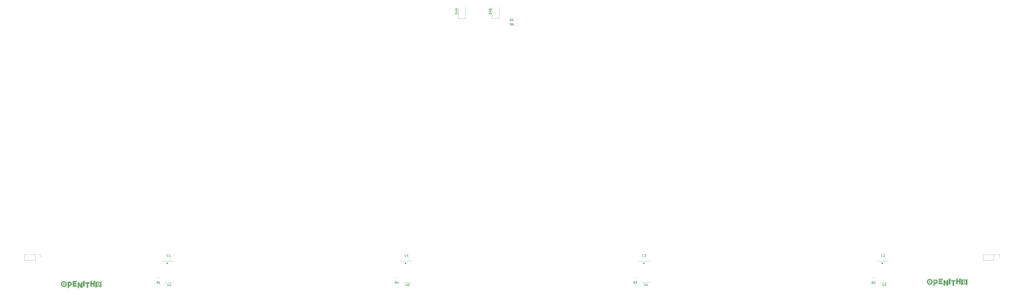
<source format=gbr>
G04 #@! TF.GenerationSoftware,KiCad,Pcbnew,(5.1.7)-1*
G04 #@! TF.CreationDate,2021-02-18T19:39:08-05:00*
G04 #@! TF.ProjectId,OpeNITHM-full,4f70654e-4954-4484-9d2d-66756c6c2e6b,rev?*
G04 #@! TF.SameCoordinates,Original*
G04 #@! TF.FileFunction,Legend,Top*
G04 #@! TF.FilePolarity,Positive*
%FSLAX46Y46*%
G04 Gerber Fmt 4.6, Leading zero omitted, Abs format (unit mm)*
G04 Created by KiCad (PCBNEW (5.1.7)-1) date 2021-02-18 19:39:08*
%MOMM*%
%LPD*%
G01*
G04 APERTURE LIST*
%ADD10C,0.120000*%
%ADD11C,0.080000*%
%ADD12C,0.500000*%
%ADD13C,0.150000*%
G04 APERTURE END LIST*
D10*
X368840000Y-125170000D02*
X368840000Y-127830000D01*
X373980000Y-125170000D02*
X368840000Y-125170000D01*
X373980000Y-127830000D02*
X368840000Y-127830000D01*
X373980000Y-125170000D02*
X373980000Y-127830000D01*
X375250000Y-125170000D02*
X376580000Y-125170000D01*
X376580000Y-125170000D02*
X376580000Y-126500000D01*
X-72840000Y-125170000D02*
X-72840000Y-126500000D01*
X-74170000Y-125170000D02*
X-72840000Y-125170000D01*
X-75440000Y-125170000D02*
X-75440000Y-127830000D01*
X-75440000Y-127830000D02*
X-80580000Y-127830000D01*
X-75440000Y-125170000D02*
X-80580000Y-125170000D01*
X-80580000Y-125170000D02*
X-80580000Y-127830000D01*
X122810000Y-14290000D02*
X122810000Y-8890000D01*
X126110000Y-14290000D02*
X126110000Y-8890000D01*
X122810000Y-14290000D02*
X126110000Y-14290000D01*
X138685000Y-14290000D02*
X138685000Y-8890000D01*
X141985000Y-14290000D02*
X141985000Y-8890000D01*
X138685000Y-14290000D02*
X141985000Y-14290000D01*
X360102600Y-138050800D02*
G75*
G03*
X360102600Y-138050800I-50800J0D01*
G01*
X360204200Y-138050800D02*
G75*
G03*
X360204200Y-138050800I-152400J0D01*
G01*
X360307067Y-138050800D02*
G75*
G03*
X360307067Y-138050800I-255267J0D01*
G01*
X346107200Y-138711200D02*
X346691400Y-138711200D01*
X346107200Y-138635000D02*
X346107200Y-138711200D01*
X346666000Y-138635000D02*
X346107200Y-138635000D01*
X346666000Y-138533400D02*
X346666000Y-138635000D01*
X346107200Y-138533400D02*
X346666000Y-138533400D01*
X346132600Y-137314200D02*
X346691400Y-137314200D01*
X346132600Y-137238000D02*
X346132600Y-137314200D01*
X346691400Y-137238000D02*
X346132600Y-137238000D01*
X346691400Y-137136400D02*
X346691400Y-137238000D01*
X346031000Y-137136400D02*
X346691400Y-137136400D01*
X346031000Y-139549400D02*
X346031000Y-137136400D01*
X345954800Y-139549400D02*
X346031000Y-139549400D01*
X345954800Y-137136400D02*
X345954800Y-139549400D01*
X345853200Y-137136400D02*
X345954800Y-137136400D01*
X345853200Y-139524000D02*
X345853200Y-137136400D01*
X349460000Y-137873000D02*
X348469400Y-137873000D01*
X349460000Y-137822200D02*
X349460000Y-137873000D01*
X348494800Y-137822200D02*
X349460000Y-137822200D01*
X348494800Y-137720600D02*
X348494800Y-137822200D01*
X349409200Y-137720600D02*
X348494800Y-137720600D01*
X348418600Y-138685800D02*
X348418600Y-137060200D01*
X348317000Y-138685800D02*
X348418600Y-138685800D01*
X348317000Y-136984000D02*
X348317000Y-138685800D01*
X349561600Y-136984000D02*
X348317000Y-136984000D01*
X349561600Y-136907800D02*
X348317000Y-136907800D01*
X349637800Y-136806200D02*
X349561600Y-136907800D01*
X348240800Y-136806200D02*
X349637800Y-136806200D01*
X348240800Y-138736600D02*
X348240800Y-136806200D01*
X349536200Y-138736600D02*
X348240800Y-138736600D01*
X349612400Y-138787400D02*
X349536200Y-138736600D01*
X348215400Y-138787400D02*
X349612400Y-138787400D01*
X348215400Y-138889000D02*
X348215400Y-138787400D01*
X349663200Y-138889000D02*
X348215400Y-138889000D01*
X350552200Y-137390400D02*
X350552200Y-139549400D01*
X350653800Y-137390400D02*
X350552200Y-137390400D01*
X350653800Y-139524000D02*
X350653800Y-137390400D01*
X350755400Y-139524000D02*
X350653800Y-139524000D01*
X350755400Y-137390400D02*
X350755400Y-139524000D01*
X350806200Y-137771400D02*
X351949200Y-139498600D01*
X350806200Y-137593600D02*
X350806200Y-137771400D01*
X351949200Y-139397000D02*
X350806200Y-137593600D01*
X351949200Y-139270000D02*
X351949200Y-139397000D01*
X350831600Y-137517400D02*
X351949200Y-139270000D01*
X350831600Y-137415800D02*
X350831600Y-137517400D01*
X351974600Y-139168400D02*
X350831600Y-137415800D01*
X352025400Y-139498600D02*
X352025400Y-137441200D01*
X352076200Y-139498600D02*
X352025400Y-139498600D01*
X352076200Y-137441200D02*
X352076200Y-139498600D01*
X352177800Y-137365000D02*
X352076200Y-137441200D01*
X352177800Y-139524000D02*
X352177800Y-137365000D01*
X352254000Y-139524000D02*
X352177800Y-139524000D01*
X352254000Y-137288800D02*
X352254000Y-139524000D01*
X353270000Y-138889000D02*
X353270000Y-136653800D01*
X353219200Y-138889000D02*
X353270000Y-138889000D01*
X353219200Y-136704600D02*
X353219200Y-138889000D01*
X353117600Y-136755400D02*
X353219200Y-136704600D01*
X353117600Y-138863600D02*
X353117600Y-136755400D01*
X353041400Y-138863600D02*
X353117600Y-138863600D01*
X353041400Y-136806200D02*
X353041400Y-138863600D01*
X354794000Y-137644400D02*
X354794000Y-139524000D01*
X354895600Y-137619000D02*
X354794000Y-137644400D01*
X354895600Y-139524000D02*
X354895600Y-137619000D01*
X354971800Y-139524000D02*
X354895600Y-139524000D01*
X354971800Y-137644400D02*
X354971800Y-139524000D01*
X354082800Y-137568200D02*
X355708400Y-137568200D01*
X354057400Y-137492000D02*
X354082800Y-137568200D01*
X355657600Y-137492000D02*
X354057400Y-137492000D01*
X355657600Y-137415800D02*
X355657600Y-137492000D01*
X354082800Y-137415800D02*
X355657600Y-137415800D01*
X356775200Y-137796800D02*
X357816600Y-137796800D01*
X356775200Y-137695200D02*
X356775200Y-137796800D01*
X357842000Y-137695200D02*
X356775200Y-137695200D01*
X357842000Y-137619000D02*
X357842000Y-137695200D01*
X356724400Y-137619000D02*
X357842000Y-137619000D01*
X356495800Y-136831600D02*
X356495800Y-138889000D01*
X356572000Y-136730000D02*
X356495800Y-136831600D01*
X356572000Y-138863600D02*
X356572000Y-136730000D01*
X356673600Y-138863600D02*
X356572000Y-138863600D01*
X356673600Y-136679200D02*
X356673600Y-138863600D01*
X357892800Y-136831600D02*
X357892800Y-138863600D01*
X357994400Y-136704600D02*
X357892800Y-136831600D01*
X357994400Y-138889000D02*
X357994400Y-136704600D01*
X358096000Y-138889000D02*
X357994400Y-138889000D01*
X358096000Y-136653800D02*
X358096000Y-138889000D01*
X359188200Y-137390400D02*
X359213600Y-137263400D01*
X359315200Y-137263400D02*
X359188200Y-137390400D01*
X359137400Y-137136400D02*
X359315200Y-137263400D01*
X359137400Y-139219200D02*
X359137400Y-137136400D01*
X359061200Y-139219200D02*
X359137400Y-139219200D01*
X359061200Y-137111000D02*
X359061200Y-139219200D01*
X358959600Y-137034800D02*
X359061200Y-137111000D01*
X358959600Y-139219200D02*
X358959600Y-137034800D01*
X358883400Y-139219200D02*
X358959600Y-139219200D01*
X358883400Y-136984000D02*
X358883400Y-139219200D01*
X360839200Y-137339600D02*
X360813800Y-137238000D01*
X360940800Y-137161800D02*
X360839200Y-137339600D01*
X360940800Y-139219200D02*
X360940800Y-137161800D01*
X361042400Y-139219200D02*
X360940800Y-139219200D01*
X361042400Y-137111000D02*
X361042400Y-139219200D01*
X361144000Y-137034800D02*
X361042400Y-137111000D01*
X361144000Y-139219200D02*
X361144000Y-137034800D01*
X361245600Y-139219200D02*
X361144000Y-139219200D01*
X361245600Y-136958600D02*
X361245600Y-139219200D01*
X361067800Y-138050800D02*
G75*
G03*
X361067800Y-138050800I-1016000J0D01*
G01*
X360966200Y-138050800D02*
G75*
G03*
X360966200Y-138050800I-914400J0D01*
G01*
X345016154Y-138025400D02*
G75*
G03*
X345016154Y-138025400I-1118754J0D01*
G01*
X344940038Y-138025400D02*
G75*
G03*
X344940038Y-138025400I-1042638J0D01*
G01*
X344837543Y-138025400D02*
G75*
G03*
X344837543Y-138025400I-940143J0D01*
G01*
X343948200Y-138025400D02*
G75*
G03*
X343948200Y-138025400I-50800J0D01*
G01*
X344049800Y-138025400D02*
G75*
G03*
X344049800Y-138025400I-152400J0D01*
G01*
X344151400Y-138025400D02*
G75*
G03*
X344151400Y-138025400I-254000J0D01*
G01*
D11*
X358629400Y-139473200D02*
X358629400Y-136526800D01*
X359416800Y-139473200D02*
X358629400Y-139473200D01*
X359416800Y-139041400D02*
X359416800Y-139473200D01*
X360686800Y-139473200D02*
X360686800Y-139041400D01*
X361474200Y-139473200D02*
X360686800Y-139473200D01*
X361474200Y-136526800D02*
X361474200Y-139473200D01*
X360661400Y-137034800D02*
X361474200Y-136526800D01*
X358629400Y-136526800D02*
X359442200Y-137034800D01*
D10*
X358807200Y-136857000D02*
X359391400Y-137212600D01*
X358807200Y-139295400D02*
X358807200Y-136857000D01*
X359239000Y-139295400D02*
X358807200Y-139295400D01*
X359239000Y-139295400D02*
X359239000Y-138736600D01*
X361296400Y-136857000D02*
X360712200Y-137212600D01*
X361296400Y-139295400D02*
X361296400Y-136857000D01*
X360864600Y-139295400D02*
X361296400Y-139295400D01*
X360864600Y-139295400D02*
X360864600Y-138736600D01*
X360415473Y-138050800D02*
G75*
G03*
X360415473Y-138050800I-363673J0D01*
G01*
X360890000Y-138050800D02*
G75*
G03*
X360890000Y-138050800I-838200J0D01*
G01*
D11*
X357613400Y-136653800D02*
X358350000Y-136222000D01*
X356216400Y-136653800D02*
X356953000Y-136222000D01*
D10*
X356394200Y-138965200D02*
X356394200Y-136755400D01*
X356775200Y-138965200D02*
X356394200Y-138965200D01*
X356775200Y-137873000D02*
X356775200Y-138965200D01*
X357791200Y-137873000D02*
X356775200Y-137873000D01*
X357791200Y-138965200D02*
X357791200Y-137873000D01*
X358172200Y-138965200D02*
X357791200Y-138965200D01*
X358172200Y-136526800D02*
X358172200Y-138965200D01*
X357791200Y-136755400D02*
X358172200Y-136526800D01*
X357791200Y-137542800D02*
X357791200Y-136755400D01*
X356775200Y-137542800D02*
X357791200Y-137542800D01*
X356775200Y-136526800D02*
X356775200Y-137542800D01*
X356394200Y-136755400D02*
X356775200Y-136526800D01*
D11*
X356953000Y-139143000D02*
X356216400Y-139143000D01*
X356953000Y-138050800D02*
X356953000Y-139143000D01*
X357613400Y-138050800D02*
X356953000Y-138050800D01*
X357613400Y-139143000D02*
X357613400Y-138050800D01*
X358350000Y-139143000D02*
X357613400Y-139143000D01*
X358350000Y-136222000D02*
X358350000Y-139143000D01*
X357613400Y-137365000D02*
X357613400Y-136653800D01*
X356953000Y-137365000D02*
X357613400Y-137365000D01*
X356953000Y-136222000D02*
X356953000Y-137365000D01*
X356216400Y-139143000D02*
X356216400Y-136653800D01*
X353803400Y-137822200D02*
X353803400Y-137136400D01*
X354514600Y-137822200D02*
X353803400Y-137822200D01*
X354514600Y-139778000D02*
X354514600Y-137822200D01*
X355251200Y-139778000D02*
X354514600Y-139778000D01*
X355251200Y-137822200D02*
X355251200Y-139778000D01*
X355937000Y-137822200D02*
X355251200Y-137822200D01*
X355937000Y-137136400D02*
X355937000Y-137822200D01*
X353803400Y-137136400D02*
X355937000Y-137136400D01*
D10*
X353981200Y-137644400D02*
X353981200Y-137314200D01*
X354692400Y-137644400D02*
X353981200Y-137644400D01*
X354692400Y-139600200D02*
X354692400Y-137644400D01*
X355073400Y-139600200D02*
X354692400Y-139600200D01*
X355073400Y-137644400D02*
X355073400Y-139600200D01*
X355759200Y-137644400D02*
X355073400Y-137644400D01*
X355759200Y-137314200D02*
X355759200Y-137644400D01*
X353981200Y-137314200D02*
X355759200Y-137314200D01*
X353346200Y-138965200D02*
X352965200Y-138965200D01*
X353346200Y-136526800D02*
X353346200Y-138965200D01*
X352965200Y-136755400D02*
X353346200Y-136526800D01*
X352965200Y-138965200D02*
X352965200Y-136755400D01*
D11*
X353524000Y-139143000D02*
X352787400Y-139143000D01*
X353524000Y-136222000D02*
X353524000Y-139143000D01*
X352787400Y-136653800D02*
X353524000Y-136222000D01*
X352787400Y-139143000D02*
X352787400Y-136653800D01*
X350272800Y-139803400D02*
X350272800Y-137136400D01*
X350984000Y-139803400D02*
X350272800Y-139803400D01*
X351009400Y-138508000D02*
X351009400Y-139803400D01*
X351796800Y-139778000D02*
X351009400Y-138508000D01*
X352508000Y-139778000D02*
X351796800Y-139778000D01*
X352508000Y-136857000D02*
X352508000Y-139778000D01*
X351771400Y-137288800D02*
X352508000Y-136831600D01*
X351771400Y-138406400D02*
X351771400Y-137288800D01*
X350984000Y-137136400D02*
X351771400Y-138406400D01*
X350272800Y-137136400D02*
X350984000Y-137136400D01*
D10*
X350831600Y-139625600D02*
X350450600Y-139625600D01*
X350831600Y-137898400D02*
X350831600Y-139625600D01*
X351898400Y-139600200D02*
X350831600Y-137898400D01*
X352330200Y-139600200D02*
X351898400Y-139600200D01*
X352330200Y-137161800D02*
X352330200Y-139600200D01*
X351949200Y-137390400D02*
X352330200Y-137161800D01*
X351949200Y-139016000D02*
X351949200Y-137390400D01*
X350882400Y-137314200D02*
X351949200Y-139016000D01*
X350450600Y-137314200D02*
X350882400Y-137314200D01*
X350450600Y-139625600D02*
X350450600Y-137314200D01*
D11*
X347961400Y-139143000D02*
X347961400Y-136526800D01*
X350095000Y-139143000D02*
X347961400Y-139143000D01*
X349688600Y-138457200D02*
X350095000Y-139143000D01*
X348698000Y-138457200D02*
X349688600Y-138457200D01*
X348698000Y-138127000D02*
X348698000Y-138457200D01*
X349688600Y-138127000D02*
X348698000Y-138127000D01*
X349688600Y-137441200D02*
X349688600Y-138127000D01*
X348698000Y-137441200D02*
X349688600Y-137441200D01*
X348698000Y-137212600D02*
X348698000Y-137441200D01*
X349688600Y-137212600D02*
X348698000Y-137212600D01*
X350095000Y-136526800D02*
X349688600Y-137212600D01*
X347961400Y-136526800D02*
X350095000Y-136526800D01*
D10*
X348139200Y-138965200D02*
X348139200Y-136704600D01*
X349790200Y-138965200D02*
X348139200Y-138965200D01*
X349587000Y-138635000D02*
X349790200Y-138965200D01*
X348520200Y-138635000D02*
X349587000Y-138635000D01*
X348520200Y-137949200D02*
X348520200Y-138635000D01*
X349510800Y-137949200D02*
X348520200Y-137949200D01*
X349510800Y-137619000D02*
X349510800Y-137949200D01*
X348520200Y-137619000D02*
X349510800Y-137619000D01*
X348520200Y-137034800D02*
X348520200Y-137619000D01*
X349587000Y-137034800D02*
X348520200Y-137034800D01*
X349790200Y-136704600D02*
X349587000Y-137034800D01*
X348139200Y-136704600D02*
X349790200Y-136704600D01*
D11*
X345573800Y-136882400D02*
X346640600Y-136882400D01*
X345573800Y-139803400D02*
X345573800Y-136882400D01*
X346310400Y-139803400D02*
X345573800Y-139803400D01*
X346310400Y-138965200D02*
X346310400Y-139803400D01*
X346640600Y-138965200D02*
X346310400Y-138965200D01*
D10*
X346132600Y-138787400D02*
X346640600Y-138787400D01*
X346132600Y-139625600D02*
X346132600Y-138787400D01*
X345751600Y-139625600D02*
X346132600Y-139625600D01*
X345751600Y-137060200D02*
X345751600Y-139625600D01*
X346640600Y-137060200D02*
X345751600Y-137060200D01*
X346132600Y-137390400D02*
X346640600Y-137390400D01*
X346132600Y-138457200D02*
X346132600Y-137390400D01*
X346640600Y-138457200D02*
X346132600Y-138457200D01*
D11*
X346310400Y-138279400D02*
X346640600Y-138279400D01*
X346310400Y-137568200D02*
X346310400Y-138279400D01*
X346640600Y-137568200D02*
X346310400Y-137568200D01*
X345295323Y-138025400D02*
G75*
G03*
X345295323Y-138025400I-1397923J0D01*
G01*
D10*
X345116865Y-138025400D02*
G75*
G03*
X345116865Y-138025400I-1219465J0D01*
G01*
X344735600Y-138025400D02*
G75*
G03*
X344735600Y-138025400I-838200J0D01*
G01*
X344261073Y-138025400D02*
G75*
G03*
X344261073Y-138025400I-363673J0D01*
G01*
D11*
X346640600Y-136882400D02*
G75*
G02*
X346640600Y-138965200I0J-1041400D01*
G01*
D10*
X346640600Y-137060200D02*
G75*
G02*
X346640600Y-138787400I0J-863600D01*
G01*
D11*
X346640600Y-137568200D02*
G75*
G02*
X346640600Y-138279400I0J-355600D01*
G01*
D10*
X346640600Y-137390400D02*
G75*
G02*
X346640600Y-138457200I0J-533400D01*
G01*
X359449932Y-137232258D02*
G75*
G02*
X360661400Y-137238000I601868J-818542D01*
G01*
X360864600Y-138660400D02*
G75*
G02*
X359239000Y-138660400I-812800J609600D01*
G01*
D11*
X359442200Y-137034800D02*
G75*
G02*
X360661400Y-137034800I609600J-1016000D01*
G01*
X360686800Y-139041400D02*
G75*
G02*
X359416800Y-139041400I-635000J990599D01*
G01*
D10*
X346741598Y-137317816D02*
G75*
G02*
X346716799Y-138533399I-100998J-605984D01*
G01*
X346780877Y-137222421D02*
G75*
G02*
X346716799Y-138634999I-140277J-701379D01*
G01*
X346718991Y-137139901D02*
G75*
G02*
X346665999Y-138711199I-78391J-783899D01*
G01*
D12*
X98160000Y-129250000D02*
G75*
G03*
X98160000Y-129250000I-100000J0D01*
G01*
D10*
X99060000Y-128290000D02*
X95610000Y-128290000D01*
X99060000Y-128290000D02*
X101010000Y-128290000D01*
X99060000Y-138410000D02*
X97110000Y-138410000D01*
X99060000Y-138410000D02*
X101010000Y-138410000D01*
X150102742Y-16477500D02*
X150577258Y-16477500D01*
X150102742Y-17522500D02*
X150577258Y-17522500D01*
X150102742Y-14477500D02*
X150577258Y-14477500D01*
X150102742Y-15522500D02*
X150577258Y-15522500D01*
D12*
X321680000Y-129250000D02*
G75*
G03*
X321680000Y-129250000I-100000J0D01*
G01*
D10*
X322580000Y-128290000D02*
X319130000Y-128290000D01*
X322580000Y-128290000D02*
X324530000Y-128290000D01*
X322580000Y-138410000D02*
X320630000Y-138410000D01*
X322580000Y-138410000D02*
X324530000Y-138410000D01*
X-45897400Y-139115800D02*
G75*
G03*
X-45897400Y-139115800I-50800J0D01*
G01*
X-45795800Y-139115800D02*
G75*
G03*
X-45795800Y-139115800I-152400J0D01*
G01*
X-45692933Y-139115800D02*
G75*
G03*
X-45692933Y-139115800I-255267J0D01*
G01*
X-59892800Y-139776200D02*
X-59308600Y-139776200D01*
X-59892800Y-139700000D02*
X-59892800Y-139776200D01*
X-59334000Y-139700000D02*
X-59892800Y-139700000D01*
X-59334000Y-139598400D02*
X-59334000Y-139700000D01*
X-59892800Y-139598400D02*
X-59334000Y-139598400D01*
X-59867400Y-138379200D02*
X-59308600Y-138379200D01*
X-59867400Y-138303000D02*
X-59867400Y-138379200D01*
X-59308600Y-138303000D02*
X-59867400Y-138303000D01*
X-59308600Y-138201400D02*
X-59308600Y-138303000D01*
X-59969000Y-138201400D02*
X-59308600Y-138201400D01*
X-59969000Y-140614400D02*
X-59969000Y-138201400D01*
X-60045200Y-140614400D02*
X-59969000Y-140614400D01*
X-60045200Y-138201400D02*
X-60045200Y-140614400D01*
X-60146800Y-138201400D02*
X-60045200Y-138201400D01*
X-60146800Y-140589000D02*
X-60146800Y-138201400D01*
X-56540000Y-138938000D02*
X-57530600Y-138938000D01*
X-56540000Y-138887200D02*
X-56540000Y-138938000D01*
X-57505200Y-138887200D02*
X-56540000Y-138887200D01*
X-57505200Y-138785600D02*
X-57505200Y-138887200D01*
X-56590800Y-138785600D02*
X-57505200Y-138785600D01*
X-57581400Y-139750800D02*
X-57581400Y-138125200D01*
X-57683000Y-139750800D02*
X-57581400Y-139750800D01*
X-57683000Y-138049000D02*
X-57683000Y-139750800D01*
X-56438400Y-138049000D02*
X-57683000Y-138049000D01*
X-56438400Y-137972800D02*
X-57683000Y-137972800D01*
X-56362200Y-137871200D02*
X-56438400Y-137972800D01*
X-57759200Y-137871200D02*
X-56362200Y-137871200D01*
X-57759200Y-139801600D02*
X-57759200Y-137871200D01*
X-56463800Y-139801600D02*
X-57759200Y-139801600D01*
X-56387600Y-139852400D02*
X-56463800Y-139801600D01*
X-57784600Y-139852400D02*
X-56387600Y-139852400D01*
X-57784600Y-139954000D02*
X-57784600Y-139852400D01*
X-56336800Y-139954000D02*
X-57784600Y-139954000D01*
X-55447800Y-138455400D02*
X-55447800Y-140614400D01*
X-55346200Y-138455400D02*
X-55447800Y-138455400D01*
X-55346200Y-140589000D02*
X-55346200Y-138455400D01*
X-55244600Y-140589000D02*
X-55346200Y-140589000D01*
X-55244600Y-138455400D02*
X-55244600Y-140589000D01*
X-55193800Y-138836400D02*
X-54050800Y-140563600D01*
X-55193800Y-138658600D02*
X-55193800Y-138836400D01*
X-54050800Y-140462000D02*
X-55193800Y-138658600D01*
X-54050800Y-140335000D02*
X-54050800Y-140462000D01*
X-55168400Y-138582400D02*
X-54050800Y-140335000D01*
X-55168400Y-138480800D02*
X-55168400Y-138582400D01*
X-54025400Y-140233400D02*
X-55168400Y-138480800D01*
X-53974600Y-140563600D02*
X-53974600Y-138506200D01*
X-53923800Y-140563600D02*
X-53974600Y-140563600D01*
X-53923800Y-138506200D02*
X-53923800Y-140563600D01*
X-53822200Y-138430000D02*
X-53923800Y-138506200D01*
X-53822200Y-140589000D02*
X-53822200Y-138430000D01*
X-53746000Y-140589000D02*
X-53822200Y-140589000D01*
X-53746000Y-138353800D02*
X-53746000Y-140589000D01*
X-52730000Y-139954000D02*
X-52730000Y-137718800D01*
X-52780800Y-139954000D02*
X-52730000Y-139954000D01*
X-52780800Y-137769600D02*
X-52780800Y-139954000D01*
X-52882400Y-137820400D02*
X-52780800Y-137769600D01*
X-52882400Y-139928600D02*
X-52882400Y-137820400D01*
X-52958600Y-139928600D02*
X-52882400Y-139928600D01*
X-52958600Y-137871200D02*
X-52958600Y-139928600D01*
X-51206000Y-138709400D02*
X-51206000Y-140589000D01*
X-51104400Y-138684000D02*
X-51206000Y-138709400D01*
X-51104400Y-140589000D02*
X-51104400Y-138684000D01*
X-51028200Y-140589000D02*
X-51104400Y-140589000D01*
X-51028200Y-138709400D02*
X-51028200Y-140589000D01*
X-51917200Y-138633200D02*
X-50291600Y-138633200D01*
X-51942600Y-138557000D02*
X-51917200Y-138633200D01*
X-50342400Y-138557000D02*
X-51942600Y-138557000D01*
X-50342400Y-138480800D02*
X-50342400Y-138557000D01*
X-51917200Y-138480800D02*
X-50342400Y-138480800D01*
X-49224800Y-138861800D02*
X-48183400Y-138861800D01*
X-49224800Y-138760200D02*
X-49224800Y-138861800D01*
X-48158000Y-138760200D02*
X-49224800Y-138760200D01*
X-48158000Y-138684000D02*
X-48158000Y-138760200D01*
X-49275600Y-138684000D02*
X-48158000Y-138684000D01*
X-49504200Y-137896600D02*
X-49504200Y-139954000D01*
X-49428000Y-137795000D02*
X-49504200Y-137896600D01*
X-49428000Y-139928600D02*
X-49428000Y-137795000D01*
X-49326400Y-139928600D02*
X-49428000Y-139928600D01*
X-49326400Y-137744200D02*
X-49326400Y-139928600D01*
X-48107200Y-137896600D02*
X-48107200Y-139928600D01*
X-48005600Y-137769600D02*
X-48107200Y-137896600D01*
X-48005600Y-139954000D02*
X-48005600Y-137769600D01*
X-47904000Y-139954000D02*
X-48005600Y-139954000D01*
X-47904000Y-137718800D02*
X-47904000Y-139954000D01*
X-46811800Y-138455400D02*
X-46786400Y-138328400D01*
X-46684800Y-138328400D02*
X-46811800Y-138455400D01*
X-46862600Y-138201400D02*
X-46684800Y-138328400D01*
X-46862600Y-140284200D02*
X-46862600Y-138201400D01*
X-46938800Y-140284200D02*
X-46862600Y-140284200D01*
X-46938800Y-138176000D02*
X-46938800Y-140284200D01*
X-47040400Y-138099800D02*
X-46938800Y-138176000D01*
X-47040400Y-140284200D02*
X-47040400Y-138099800D01*
X-47116600Y-140284200D02*
X-47040400Y-140284200D01*
X-47116600Y-138049000D02*
X-47116600Y-140284200D01*
X-45160800Y-138404600D02*
X-45186200Y-138303000D01*
X-45059200Y-138226800D02*
X-45160800Y-138404600D01*
X-45059200Y-140284200D02*
X-45059200Y-138226800D01*
X-44957600Y-140284200D02*
X-45059200Y-140284200D01*
X-44957600Y-138176000D02*
X-44957600Y-140284200D01*
X-44856000Y-138099800D02*
X-44957600Y-138176000D01*
X-44856000Y-140284200D02*
X-44856000Y-138099800D01*
X-44754400Y-140284200D02*
X-44856000Y-140284200D01*
X-44754400Y-138023600D02*
X-44754400Y-140284200D01*
X-44932200Y-139115800D02*
G75*
G03*
X-44932200Y-139115800I-1016000J0D01*
G01*
X-45033800Y-139115800D02*
G75*
G03*
X-45033800Y-139115800I-914400J0D01*
G01*
X-60983846Y-139090400D02*
G75*
G03*
X-60983846Y-139090400I-1118754J0D01*
G01*
X-61059962Y-139090400D02*
G75*
G03*
X-61059962Y-139090400I-1042638J0D01*
G01*
X-61162457Y-139090400D02*
G75*
G03*
X-61162457Y-139090400I-940143J0D01*
G01*
X-62051800Y-139090400D02*
G75*
G03*
X-62051800Y-139090400I-50800J0D01*
G01*
X-61950200Y-139090400D02*
G75*
G03*
X-61950200Y-139090400I-152400J0D01*
G01*
X-61848600Y-139090400D02*
G75*
G03*
X-61848600Y-139090400I-254000J0D01*
G01*
D11*
X-47370600Y-140538200D02*
X-47370600Y-137591800D01*
X-46583200Y-140538200D02*
X-47370600Y-140538200D01*
X-46583200Y-140106400D02*
X-46583200Y-140538200D01*
X-45313200Y-140538200D02*
X-45313200Y-140106400D01*
X-44525800Y-140538200D02*
X-45313200Y-140538200D01*
X-44525800Y-137591800D02*
X-44525800Y-140538200D01*
X-45338600Y-138099800D02*
X-44525800Y-137591800D01*
X-47370600Y-137591800D02*
X-46557800Y-138099800D01*
D10*
X-47192800Y-137922000D02*
X-46608600Y-138277600D01*
X-47192800Y-140360400D02*
X-47192800Y-137922000D01*
X-46761000Y-140360400D02*
X-47192800Y-140360400D01*
X-46761000Y-140360400D02*
X-46761000Y-139801600D01*
X-44703600Y-137922000D02*
X-45287800Y-138277600D01*
X-44703600Y-140360400D02*
X-44703600Y-137922000D01*
X-45135400Y-140360400D02*
X-44703600Y-140360400D01*
X-45135400Y-140360400D02*
X-45135400Y-139801600D01*
X-45584527Y-139115800D02*
G75*
G03*
X-45584527Y-139115800I-363673J0D01*
G01*
X-45110000Y-139115800D02*
G75*
G03*
X-45110000Y-139115800I-838200J0D01*
G01*
D11*
X-48386600Y-137718800D02*
X-47650000Y-137287000D01*
X-49783600Y-137718800D02*
X-49047000Y-137287000D01*
D10*
X-49605800Y-140030200D02*
X-49605800Y-137820400D01*
X-49224800Y-140030200D02*
X-49605800Y-140030200D01*
X-49224800Y-138938000D02*
X-49224800Y-140030200D01*
X-48208800Y-138938000D02*
X-49224800Y-138938000D01*
X-48208800Y-140030200D02*
X-48208800Y-138938000D01*
X-47827800Y-140030200D02*
X-48208800Y-140030200D01*
X-47827800Y-137591800D02*
X-47827800Y-140030200D01*
X-48208800Y-137820400D02*
X-47827800Y-137591800D01*
X-48208800Y-138607800D02*
X-48208800Y-137820400D01*
X-49224800Y-138607800D02*
X-48208800Y-138607800D01*
X-49224800Y-137591800D02*
X-49224800Y-138607800D01*
X-49605800Y-137820400D02*
X-49224800Y-137591800D01*
D11*
X-49047000Y-140208000D02*
X-49783600Y-140208000D01*
X-49047000Y-139115800D02*
X-49047000Y-140208000D01*
X-48386600Y-139115800D02*
X-49047000Y-139115800D01*
X-48386600Y-140208000D02*
X-48386600Y-139115800D01*
X-47650000Y-140208000D02*
X-48386600Y-140208000D01*
X-47650000Y-137287000D02*
X-47650000Y-140208000D01*
X-48386600Y-138430000D02*
X-48386600Y-137718800D01*
X-49047000Y-138430000D02*
X-48386600Y-138430000D01*
X-49047000Y-137287000D02*
X-49047000Y-138430000D01*
X-49783600Y-140208000D02*
X-49783600Y-137718800D01*
X-52196600Y-138887200D02*
X-52196600Y-138201400D01*
X-51485400Y-138887200D02*
X-52196600Y-138887200D01*
X-51485400Y-140843000D02*
X-51485400Y-138887200D01*
X-50748800Y-140843000D02*
X-51485400Y-140843000D01*
X-50748800Y-138887200D02*
X-50748800Y-140843000D01*
X-50063000Y-138887200D02*
X-50748800Y-138887200D01*
X-50063000Y-138201400D02*
X-50063000Y-138887200D01*
X-52196600Y-138201400D02*
X-50063000Y-138201400D01*
D10*
X-52018800Y-138709400D02*
X-52018800Y-138379200D01*
X-51307600Y-138709400D02*
X-52018800Y-138709400D01*
X-51307600Y-140665200D02*
X-51307600Y-138709400D01*
X-50926600Y-140665200D02*
X-51307600Y-140665200D01*
X-50926600Y-138709400D02*
X-50926600Y-140665200D01*
X-50240800Y-138709400D02*
X-50926600Y-138709400D01*
X-50240800Y-138379200D02*
X-50240800Y-138709400D01*
X-52018800Y-138379200D02*
X-50240800Y-138379200D01*
X-52653800Y-140030200D02*
X-53034800Y-140030200D01*
X-52653800Y-137591800D02*
X-52653800Y-140030200D01*
X-53034800Y-137820400D02*
X-52653800Y-137591800D01*
X-53034800Y-140030200D02*
X-53034800Y-137820400D01*
D11*
X-52476000Y-140208000D02*
X-53212600Y-140208000D01*
X-52476000Y-137287000D02*
X-52476000Y-140208000D01*
X-53212600Y-137718800D02*
X-52476000Y-137287000D01*
X-53212600Y-140208000D02*
X-53212600Y-137718800D01*
X-55727200Y-140868400D02*
X-55727200Y-138201400D01*
X-55016000Y-140868400D02*
X-55727200Y-140868400D01*
X-54990600Y-139573000D02*
X-54990600Y-140868400D01*
X-54203200Y-140843000D02*
X-54990600Y-139573000D01*
X-53492000Y-140843000D02*
X-54203200Y-140843000D01*
X-53492000Y-137922000D02*
X-53492000Y-140843000D01*
X-54228600Y-138353800D02*
X-53492000Y-137896600D01*
X-54228600Y-139471400D02*
X-54228600Y-138353800D01*
X-55016000Y-138201400D02*
X-54228600Y-139471400D01*
X-55727200Y-138201400D02*
X-55016000Y-138201400D01*
D10*
X-55168400Y-140690600D02*
X-55549400Y-140690600D01*
X-55168400Y-138963400D02*
X-55168400Y-140690600D01*
X-54101600Y-140665200D02*
X-55168400Y-138963400D01*
X-53669800Y-140665200D02*
X-54101600Y-140665200D01*
X-53669800Y-138226800D02*
X-53669800Y-140665200D01*
X-54050800Y-138455400D02*
X-53669800Y-138226800D01*
X-54050800Y-140081000D02*
X-54050800Y-138455400D01*
X-55117600Y-138379200D02*
X-54050800Y-140081000D01*
X-55549400Y-138379200D02*
X-55117600Y-138379200D01*
X-55549400Y-140690600D02*
X-55549400Y-138379200D01*
D11*
X-58038600Y-140208000D02*
X-58038600Y-137591800D01*
X-55905000Y-140208000D02*
X-58038600Y-140208000D01*
X-56311400Y-139522200D02*
X-55905000Y-140208000D01*
X-57302000Y-139522200D02*
X-56311400Y-139522200D01*
X-57302000Y-139192000D02*
X-57302000Y-139522200D01*
X-56311400Y-139192000D02*
X-57302000Y-139192000D01*
X-56311400Y-138506200D02*
X-56311400Y-139192000D01*
X-57302000Y-138506200D02*
X-56311400Y-138506200D01*
X-57302000Y-138277600D02*
X-57302000Y-138506200D01*
X-56311400Y-138277600D02*
X-57302000Y-138277600D01*
X-55905000Y-137591800D02*
X-56311400Y-138277600D01*
X-58038600Y-137591800D02*
X-55905000Y-137591800D01*
D10*
X-57860800Y-140030200D02*
X-57860800Y-137769600D01*
X-56209800Y-140030200D02*
X-57860800Y-140030200D01*
X-56413000Y-139700000D02*
X-56209800Y-140030200D01*
X-57479800Y-139700000D02*
X-56413000Y-139700000D01*
X-57479800Y-139014200D02*
X-57479800Y-139700000D01*
X-56489200Y-139014200D02*
X-57479800Y-139014200D01*
X-56489200Y-138684000D02*
X-56489200Y-139014200D01*
X-57479800Y-138684000D02*
X-56489200Y-138684000D01*
X-57479800Y-138099800D02*
X-57479800Y-138684000D01*
X-56413000Y-138099800D02*
X-57479800Y-138099800D01*
X-56209800Y-137769600D02*
X-56413000Y-138099800D01*
X-57860800Y-137769600D02*
X-56209800Y-137769600D01*
D11*
X-60426200Y-137947400D02*
X-59359400Y-137947400D01*
X-60426200Y-140868400D02*
X-60426200Y-137947400D01*
X-59689600Y-140868400D02*
X-60426200Y-140868400D01*
X-59689600Y-140030200D02*
X-59689600Y-140868400D01*
X-59359400Y-140030200D02*
X-59689600Y-140030200D01*
D10*
X-59867400Y-139852400D02*
X-59359400Y-139852400D01*
X-59867400Y-140690600D02*
X-59867400Y-139852400D01*
X-60248400Y-140690600D02*
X-59867400Y-140690600D01*
X-60248400Y-138125200D02*
X-60248400Y-140690600D01*
X-59359400Y-138125200D02*
X-60248400Y-138125200D01*
X-59867400Y-138455400D02*
X-59359400Y-138455400D01*
X-59867400Y-139522200D02*
X-59867400Y-138455400D01*
X-59359400Y-139522200D02*
X-59867400Y-139522200D01*
D11*
X-59689600Y-139344400D02*
X-59359400Y-139344400D01*
X-59689600Y-138633200D02*
X-59689600Y-139344400D01*
X-59359400Y-138633200D02*
X-59689600Y-138633200D01*
X-60704677Y-139090400D02*
G75*
G03*
X-60704677Y-139090400I-1397923J0D01*
G01*
D10*
X-60883135Y-139090400D02*
G75*
G03*
X-60883135Y-139090400I-1219465J0D01*
G01*
X-61264400Y-139090400D02*
G75*
G03*
X-61264400Y-139090400I-838200J0D01*
G01*
X-61738927Y-139090400D02*
G75*
G03*
X-61738927Y-139090400I-363673J0D01*
G01*
X-59281009Y-138204901D02*
G75*
G02*
X-59334001Y-139776199I-78391J-783899D01*
G01*
X-59219123Y-138287421D02*
G75*
G02*
X-59283201Y-139699999I-140277J-701379D01*
G01*
X-59258402Y-138382816D02*
G75*
G02*
X-59283201Y-139598399I-100998J-605984D01*
G01*
D11*
X-45313200Y-140106400D02*
G75*
G02*
X-46583200Y-140106400I-635000J990599D01*
G01*
X-46557800Y-138099800D02*
G75*
G02*
X-45338600Y-138099800I609600J-1016000D01*
G01*
D10*
X-45135400Y-139725400D02*
G75*
G02*
X-46761000Y-139725400I-812800J609600D01*
G01*
X-46550068Y-138297258D02*
G75*
G02*
X-45338600Y-138303000I601868J-818542D01*
G01*
X-59359400Y-138455400D02*
G75*
G02*
X-59359400Y-139522200I0J-533400D01*
G01*
D11*
X-59359400Y-138633200D02*
G75*
G02*
X-59359400Y-139344400I0J-355600D01*
G01*
D10*
X-59359400Y-138125200D02*
G75*
G02*
X-59359400Y-139852400I0J-863600D01*
G01*
D11*
X-59359400Y-137947400D02*
G75*
G02*
X-59359400Y-140030200I0J-1041400D01*
G01*
D10*
X322934420Y-126490000D02*
X323215580Y-126490000D01*
X322934420Y-127510000D02*
X323215580Y-127510000D01*
X-18302500Y-135842742D02*
X-18302500Y-136317258D01*
X-17257500Y-135842742D02*
X-17257500Y-136317258D01*
D12*
X-13600000Y-129250000D02*
G75*
G03*
X-13600000Y-129250000I-100000J0D01*
G01*
D10*
X-12700000Y-128290000D02*
X-16150000Y-128290000D01*
X-12700000Y-128290000D02*
X-10750000Y-128290000D01*
X-12700000Y-138410000D02*
X-14650000Y-138410000D01*
X-12700000Y-138410000D02*
X-10750000Y-138410000D01*
X99414420Y-126490000D02*
X99695580Y-126490000D01*
X99414420Y-127510000D02*
X99695580Y-127510000D01*
X211174420Y-126490000D02*
X211455580Y-126490000D01*
X211174420Y-127510000D02*
X211455580Y-127510000D01*
X-12345580Y-126490000D02*
X-12064420Y-126490000D01*
X-12345580Y-127510000D02*
X-12064420Y-127510000D01*
D12*
X209920000Y-129250000D02*
G75*
G03*
X209920000Y-129250000I-100000J0D01*
G01*
D10*
X210820000Y-128290000D02*
X207370000Y-128290000D01*
X210820000Y-128290000D02*
X212770000Y-128290000D01*
X210820000Y-138410000D02*
X208870000Y-138410000D01*
X210820000Y-138410000D02*
X212770000Y-138410000D01*
X93457500Y-135842742D02*
X93457500Y-136317258D01*
X94502500Y-135842742D02*
X94502500Y-136317258D01*
X205217500Y-135842742D02*
X205217500Y-136317258D01*
X206262500Y-135842742D02*
X206262500Y-136317258D01*
X316977500Y-135842742D02*
X316977500Y-136317258D01*
X318022500Y-135842742D02*
X318022500Y-136317258D01*
D13*
X122412380Y-12104285D02*
X121412380Y-12104285D01*
X121412380Y-11866190D01*
X121460000Y-11723333D01*
X121555238Y-11628095D01*
X121650476Y-11580476D01*
X121840952Y-11532857D01*
X121983809Y-11532857D01*
X122174285Y-11580476D01*
X122269523Y-11628095D01*
X122364761Y-11723333D01*
X122412380Y-11866190D01*
X122412380Y-12104285D01*
X121745714Y-10675714D02*
X122412380Y-10675714D01*
X121364761Y-10913809D02*
X122079047Y-11151904D01*
X122079047Y-10532857D01*
X122412380Y-10104285D02*
X122412380Y-9913809D01*
X122364761Y-9818571D01*
X122317142Y-9770952D01*
X122174285Y-9675714D01*
X121983809Y-9628095D01*
X121602857Y-9628095D01*
X121507619Y-9675714D01*
X121460000Y-9723333D01*
X121412380Y-9818571D01*
X121412380Y-10009047D01*
X121460000Y-10104285D01*
X121507619Y-10151904D01*
X121602857Y-10199523D01*
X121840952Y-10199523D01*
X121936190Y-10151904D01*
X121983809Y-10104285D01*
X122031428Y-10009047D01*
X122031428Y-9818571D01*
X121983809Y-9723333D01*
X121936190Y-9675714D01*
X121840952Y-9628095D01*
X138287380Y-12104285D02*
X137287380Y-12104285D01*
X137287380Y-11866190D01*
X137335000Y-11723333D01*
X137430238Y-11628095D01*
X137525476Y-11580476D01*
X137715952Y-11532857D01*
X137858809Y-11532857D01*
X138049285Y-11580476D01*
X138144523Y-11628095D01*
X138239761Y-11723333D01*
X138287380Y-11866190D01*
X138287380Y-12104285D01*
X137620714Y-10675714D02*
X138287380Y-10675714D01*
X137239761Y-10913809D02*
X137954047Y-11151904D01*
X137954047Y-10532857D01*
X137715952Y-10009047D02*
X137668333Y-10104285D01*
X137620714Y-10151904D01*
X137525476Y-10199523D01*
X137477857Y-10199523D01*
X137382619Y-10151904D01*
X137335000Y-10104285D01*
X137287380Y-10009047D01*
X137287380Y-9818571D01*
X137335000Y-9723333D01*
X137382619Y-9675714D01*
X137477857Y-9628095D01*
X137525476Y-9628095D01*
X137620714Y-9675714D01*
X137668333Y-9723333D01*
X137715952Y-9818571D01*
X137715952Y-10009047D01*
X137763571Y-10104285D01*
X137811190Y-10151904D01*
X137906428Y-10199523D01*
X138096904Y-10199523D01*
X138192142Y-10151904D01*
X138239761Y-10104285D01*
X138287380Y-10009047D01*
X138287380Y-9818571D01*
X138239761Y-9723333D01*
X138192142Y-9675714D01*
X138096904Y-9628095D01*
X137906428Y-9628095D01*
X137811190Y-9675714D01*
X137763571Y-9723333D01*
X137715952Y-9818571D01*
X98298095Y-138898380D02*
X98298095Y-139707904D01*
X98345714Y-139803142D01*
X98393333Y-139850761D01*
X98488571Y-139898380D01*
X98679047Y-139898380D01*
X98774285Y-139850761D01*
X98821904Y-139803142D01*
X98869523Y-139707904D01*
X98869523Y-138898380D01*
X99821904Y-138898380D02*
X99345714Y-138898380D01*
X99298095Y-139374571D01*
X99345714Y-139326952D01*
X99440952Y-139279333D01*
X99679047Y-139279333D01*
X99774285Y-139326952D01*
X99821904Y-139374571D01*
X99869523Y-139469809D01*
X99869523Y-139707904D01*
X99821904Y-139803142D01*
X99774285Y-139850761D01*
X99679047Y-139898380D01*
X99440952Y-139898380D01*
X99345714Y-139850761D01*
X99298095Y-139803142D01*
X147748333Y-17452380D02*
X147415000Y-16976190D01*
X147176904Y-17452380D02*
X147176904Y-16452380D01*
X147557857Y-16452380D01*
X147653095Y-16500000D01*
X147700714Y-16547619D01*
X147748333Y-16642857D01*
X147748333Y-16785714D01*
X147700714Y-16880952D01*
X147653095Y-16928571D01*
X147557857Y-16976190D01*
X147176904Y-16976190D01*
X148605476Y-16452380D02*
X148415000Y-16452380D01*
X148319761Y-16500000D01*
X148272142Y-16547619D01*
X148176904Y-16690476D01*
X148129285Y-16880952D01*
X148129285Y-17261904D01*
X148176904Y-17357142D01*
X148224523Y-17404761D01*
X148319761Y-17452380D01*
X148510238Y-17452380D01*
X148605476Y-17404761D01*
X148653095Y-17357142D01*
X148700714Y-17261904D01*
X148700714Y-17023809D01*
X148653095Y-16928571D01*
X148605476Y-16880952D01*
X148510238Y-16833333D01*
X148319761Y-16833333D01*
X148224523Y-16880952D01*
X148176904Y-16928571D01*
X148129285Y-17023809D01*
X147673333Y-15452380D02*
X147340000Y-14976190D01*
X147101904Y-15452380D02*
X147101904Y-14452380D01*
X147482857Y-14452380D01*
X147578095Y-14500000D01*
X147625714Y-14547619D01*
X147673333Y-14642857D01*
X147673333Y-14785714D01*
X147625714Y-14880952D01*
X147578095Y-14928571D01*
X147482857Y-14976190D01*
X147101904Y-14976190D01*
X148578095Y-14452380D02*
X148101904Y-14452380D01*
X148054285Y-14928571D01*
X148101904Y-14880952D01*
X148197142Y-14833333D01*
X148435238Y-14833333D01*
X148530476Y-14880952D01*
X148578095Y-14928571D01*
X148625714Y-15023809D01*
X148625714Y-15261904D01*
X148578095Y-15357142D01*
X148530476Y-15404761D01*
X148435238Y-15452380D01*
X148197142Y-15452380D01*
X148101904Y-15404761D01*
X148054285Y-15357142D01*
X321818095Y-138898380D02*
X321818095Y-139707904D01*
X321865714Y-139803142D01*
X321913333Y-139850761D01*
X322008571Y-139898380D01*
X322199047Y-139898380D01*
X322294285Y-139850761D01*
X322341904Y-139803142D01*
X322389523Y-139707904D01*
X322389523Y-138898380D01*
X322770476Y-138898380D02*
X323389523Y-138898380D01*
X323056190Y-139279333D01*
X323199047Y-139279333D01*
X323294285Y-139326952D01*
X323341904Y-139374571D01*
X323389523Y-139469809D01*
X323389523Y-139707904D01*
X323341904Y-139803142D01*
X323294285Y-139850761D01*
X323199047Y-139898380D01*
X322913333Y-139898380D01*
X322818095Y-139850761D01*
X322770476Y-139803142D01*
X321833333Y-126087142D02*
X321785714Y-126134761D01*
X321642857Y-126182380D01*
X321547619Y-126182380D01*
X321404761Y-126134761D01*
X321309523Y-126039523D01*
X321261904Y-125944285D01*
X321214285Y-125753809D01*
X321214285Y-125610952D01*
X321261904Y-125420476D01*
X321309523Y-125325238D01*
X321404761Y-125230000D01*
X321547619Y-125182380D01*
X321642857Y-125182380D01*
X321785714Y-125230000D01*
X321833333Y-125277619D01*
X322214285Y-125277619D02*
X322261904Y-125230000D01*
X322357142Y-125182380D01*
X322595238Y-125182380D01*
X322690476Y-125230000D01*
X322738095Y-125277619D01*
X322785714Y-125372857D01*
X322785714Y-125468095D01*
X322738095Y-125610952D01*
X322166666Y-126182380D01*
X322785714Y-126182380D01*
X-17946666Y-138882380D02*
X-18280000Y-138406190D01*
X-18518095Y-138882380D02*
X-18518095Y-137882380D01*
X-18137142Y-137882380D01*
X-18041904Y-137930000D01*
X-17994285Y-137977619D01*
X-17946666Y-138072857D01*
X-17946666Y-138215714D01*
X-17994285Y-138310952D01*
X-18041904Y-138358571D01*
X-18137142Y-138406190D01*
X-18518095Y-138406190D01*
X-16994285Y-138882380D02*
X-17565714Y-138882380D01*
X-17280000Y-138882380D02*
X-17280000Y-137882380D01*
X-17375238Y-138025238D01*
X-17470476Y-138120476D01*
X-17565714Y-138168095D01*
X-13461904Y-138898380D02*
X-13461904Y-139707904D01*
X-13414285Y-139803142D01*
X-13366666Y-139850761D01*
X-13271428Y-139898380D01*
X-13080952Y-139898380D01*
X-12985714Y-139850761D01*
X-12938095Y-139803142D01*
X-12890476Y-139707904D01*
X-12890476Y-138898380D01*
X-12461904Y-138993619D02*
X-12414285Y-138946000D01*
X-12319047Y-138898380D01*
X-12080952Y-138898380D01*
X-11985714Y-138946000D01*
X-11938095Y-138993619D01*
X-11890476Y-139088857D01*
X-11890476Y-139184095D01*
X-11938095Y-139326952D01*
X-12509523Y-139898380D01*
X-11890476Y-139898380D01*
X98333333Y-126087142D02*
X98285714Y-126134761D01*
X98142857Y-126182380D01*
X98047619Y-126182380D01*
X97904761Y-126134761D01*
X97809523Y-126039523D01*
X97761904Y-125944285D01*
X97714285Y-125753809D01*
X97714285Y-125610952D01*
X97761904Y-125420476D01*
X97809523Y-125325238D01*
X97904761Y-125230000D01*
X98047619Y-125182380D01*
X98142857Y-125182380D01*
X98285714Y-125230000D01*
X98333333Y-125277619D01*
X99190476Y-125515714D02*
X99190476Y-126182380D01*
X98952380Y-125134761D02*
X98714285Y-125849047D01*
X99333333Y-125849047D01*
X209833333Y-126087142D02*
X209785714Y-126134761D01*
X209642857Y-126182380D01*
X209547619Y-126182380D01*
X209404761Y-126134761D01*
X209309523Y-126039523D01*
X209261904Y-125944285D01*
X209214285Y-125753809D01*
X209214285Y-125610952D01*
X209261904Y-125420476D01*
X209309523Y-125325238D01*
X209404761Y-125230000D01*
X209547619Y-125182380D01*
X209642857Y-125182380D01*
X209785714Y-125230000D01*
X209833333Y-125277619D01*
X210166666Y-125182380D02*
X210785714Y-125182380D01*
X210452380Y-125563333D01*
X210595238Y-125563333D01*
X210690476Y-125610952D01*
X210738095Y-125658571D01*
X210785714Y-125753809D01*
X210785714Y-125991904D01*
X210738095Y-126087142D01*
X210690476Y-126134761D01*
X210595238Y-126182380D01*
X210309523Y-126182380D01*
X210214285Y-126134761D01*
X210166666Y-126087142D01*
X-13166666Y-126087142D02*
X-13214285Y-126134761D01*
X-13357142Y-126182380D01*
X-13452380Y-126182380D01*
X-13595238Y-126134761D01*
X-13690476Y-126039523D01*
X-13738095Y-125944285D01*
X-13785714Y-125753809D01*
X-13785714Y-125610952D01*
X-13738095Y-125420476D01*
X-13690476Y-125325238D01*
X-13595238Y-125230000D01*
X-13452380Y-125182380D01*
X-13357142Y-125182380D01*
X-13214285Y-125230000D01*
X-13166666Y-125277619D01*
X-12214285Y-126182380D02*
X-12785714Y-126182380D01*
X-12500000Y-126182380D02*
X-12500000Y-125182380D01*
X-12595238Y-125325238D01*
X-12690476Y-125420476D01*
X-12785714Y-125468095D01*
X210058095Y-138898380D02*
X210058095Y-139707904D01*
X210105714Y-139803142D01*
X210153333Y-139850761D01*
X210248571Y-139898380D01*
X210439047Y-139898380D01*
X210534285Y-139850761D01*
X210581904Y-139803142D01*
X210629523Y-139707904D01*
X210629523Y-138898380D01*
X211534285Y-139231714D02*
X211534285Y-139898380D01*
X211296190Y-138850761D02*
X211058095Y-139565047D01*
X211677142Y-139565047D01*
X93813333Y-138882380D02*
X93480000Y-138406190D01*
X93241904Y-138882380D02*
X93241904Y-137882380D01*
X93622857Y-137882380D01*
X93718095Y-137930000D01*
X93765714Y-137977619D01*
X93813333Y-138072857D01*
X93813333Y-138215714D01*
X93765714Y-138310952D01*
X93718095Y-138358571D01*
X93622857Y-138406190D01*
X93241904Y-138406190D01*
X94670476Y-138215714D02*
X94670476Y-138882380D01*
X94432380Y-137834761D02*
X94194285Y-138549047D01*
X94813333Y-138549047D01*
X205573333Y-138882380D02*
X205240000Y-138406190D01*
X205001904Y-138882380D02*
X205001904Y-137882380D01*
X205382857Y-137882380D01*
X205478095Y-137930000D01*
X205525714Y-137977619D01*
X205573333Y-138072857D01*
X205573333Y-138215714D01*
X205525714Y-138310952D01*
X205478095Y-138358571D01*
X205382857Y-138406190D01*
X205001904Y-138406190D01*
X205906666Y-137882380D02*
X206525714Y-137882380D01*
X206192380Y-138263333D01*
X206335238Y-138263333D01*
X206430476Y-138310952D01*
X206478095Y-138358571D01*
X206525714Y-138453809D01*
X206525714Y-138691904D01*
X206478095Y-138787142D01*
X206430476Y-138834761D01*
X206335238Y-138882380D01*
X206049523Y-138882380D01*
X205954285Y-138834761D01*
X205906666Y-138787142D01*
X317333333Y-138882380D02*
X317000000Y-138406190D01*
X316761904Y-138882380D02*
X316761904Y-137882380D01*
X317142857Y-137882380D01*
X317238095Y-137930000D01*
X317285714Y-137977619D01*
X317333333Y-138072857D01*
X317333333Y-138215714D01*
X317285714Y-138310952D01*
X317238095Y-138358571D01*
X317142857Y-138406190D01*
X316761904Y-138406190D01*
X317714285Y-137977619D02*
X317761904Y-137930000D01*
X317857142Y-137882380D01*
X318095238Y-137882380D01*
X318190476Y-137930000D01*
X318238095Y-137977619D01*
X318285714Y-138072857D01*
X318285714Y-138168095D01*
X318238095Y-138310952D01*
X317666666Y-138882380D01*
X318285714Y-138882380D01*
M02*

</source>
